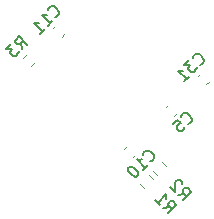
<source format=gbr>
%TF.GenerationSoftware,KiCad,Pcbnew,8.0.5*%
%TF.CreationDate,2025-04-27T01:42:02+08:00*%
%TF.ProjectId,STM32_learning,53544d33-325f-46c6-9561-726e696e672e,rev?*%
%TF.SameCoordinates,Original*%
%TF.FileFunction,Legend,Bot*%
%TF.FilePolarity,Positive*%
%FSLAX46Y46*%
G04 Gerber Fmt 4.6, Leading zero omitted, Abs format (unit mm)*
G04 Created by KiCad (PCBNEW 8.0.5) date 2025-04-27 01:42:02*
%MOMM*%
%LPD*%
G01*
G04 APERTURE LIST*
%ADD10C,0.150000*%
%ADD11C,0.120000*%
G04 APERTURE END LIST*
D10*
X68169418Y-99316779D02*
X68236762Y-99316779D01*
X68236762Y-99316779D02*
X68371449Y-99249435D01*
X68371449Y-99249435D02*
X68438792Y-99182092D01*
X68438792Y-99182092D02*
X68506136Y-99047405D01*
X68506136Y-99047405D02*
X68506136Y-98912718D01*
X68506136Y-98912718D02*
X68472464Y-98811703D01*
X68472464Y-98811703D02*
X68371449Y-98643344D01*
X68371449Y-98643344D02*
X68270434Y-98542329D01*
X68270434Y-98542329D02*
X68102075Y-98441313D01*
X68102075Y-98441313D02*
X68001060Y-98407642D01*
X68001060Y-98407642D02*
X67866373Y-98407642D01*
X67866373Y-98407642D02*
X67731686Y-98474985D01*
X67731686Y-98474985D02*
X67664342Y-98542329D01*
X67664342Y-98542329D02*
X67596999Y-98677016D01*
X67596999Y-98677016D02*
X67596999Y-98744359D01*
X67563327Y-100057557D02*
X67967388Y-99653496D01*
X67765357Y-99855527D02*
X67058251Y-99148420D01*
X67058251Y-99148420D02*
X67226609Y-99182092D01*
X67226609Y-99182092D02*
X67361296Y-99182092D01*
X67361296Y-99182092D02*
X67462312Y-99148420D01*
X66889892Y-100730993D02*
X67293953Y-100326932D01*
X67091922Y-100528962D02*
X66384815Y-99821855D01*
X66384815Y-99821855D02*
X66553174Y-99855527D01*
X66553174Y-99855527D02*
X66687861Y-99855527D01*
X66687861Y-99855527D02*
X66788876Y-99821855D01*
X77346245Y-115514456D02*
X77918664Y-115413441D01*
X77750306Y-115918517D02*
X78457412Y-115211410D01*
X78457412Y-115211410D02*
X78188038Y-114942036D01*
X78188038Y-114942036D02*
X78087023Y-114908364D01*
X78087023Y-114908364D02*
X78019680Y-114908364D01*
X78019680Y-114908364D02*
X77918664Y-114942036D01*
X77918664Y-114942036D02*
X77817649Y-115043051D01*
X77817649Y-115043051D02*
X77783977Y-115144067D01*
X77783977Y-115144067D02*
X77783977Y-115211410D01*
X77783977Y-115211410D02*
X77817649Y-115312425D01*
X77817649Y-115312425D02*
X78087023Y-115581799D01*
X76672810Y-114841021D02*
X77076871Y-115245082D01*
X76874840Y-115043051D02*
X77581947Y-114335945D01*
X77581947Y-114335945D02*
X77548275Y-114504303D01*
X77548275Y-114504303D02*
X77548275Y-114638990D01*
X77548275Y-114638990D02*
X77581947Y-114740006D01*
X65411207Y-102082003D02*
X65310192Y-101509584D01*
X65815268Y-101677942D02*
X65108161Y-100970836D01*
X65108161Y-100970836D02*
X64838787Y-101240210D01*
X64838787Y-101240210D02*
X64805115Y-101341225D01*
X64805115Y-101341225D02*
X64805115Y-101408568D01*
X64805115Y-101408568D02*
X64838787Y-101509584D01*
X64838787Y-101509584D02*
X64939802Y-101610599D01*
X64939802Y-101610599D02*
X65040818Y-101644271D01*
X65040818Y-101644271D02*
X65108161Y-101644271D01*
X65108161Y-101644271D02*
X65209176Y-101610599D01*
X65209176Y-101610599D02*
X65478550Y-101341225D01*
X64468398Y-101610599D02*
X64030665Y-102048332D01*
X64030665Y-102048332D02*
X64535741Y-102082003D01*
X64535741Y-102082003D02*
X64434726Y-102183019D01*
X64434726Y-102183019D02*
X64401054Y-102284034D01*
X64401054Y-102284034D02*
X64401054Y-102351377D01*
X64401054Y-102351377D02*
X64434726Y-102452393D01*
X64434726Y-102452393D02*
X64603085Y-102620751D01*
X64603085Y-102620751D02*
X64704100Y-102654423D01*
X64704100Y-102654423D02*
X64771444Y-102654423D01*
X64771444Y-102654423D02*
X64872459Y-102620751D01*
X64872459Y-102620751D02*
X65074489Y-102418721D01*
X65074489Y-102418721D02*
X65108161Y-102317706D01*
X65108161Y-102317706D02*
X65108161Y-102250362D01*
X79411524Y-108369325D02*
X79478868Y-108369325D01*
X79478868Y-108369325D02*
X79613555Y-108301981D01*
X79613555Y-108301981D02*
X79680898Y-108234638D01*
X79680898Y-108234638D02*
X79748242Y-108099951D01*
X79748242Y-108099951D02*
X79748242Y-107965264D01*
X79748242Y-107965264D02*
X79714570Y-107864249D01*
X79714570Y-107864249D02*
X79613555Y-107695890D01*
X79613555Y-107695890D02*
X79512540Y-107594875D01*
X79512540Y-107594875D02*
X79344181Y-107493859D01*
X79344181Y-107493859D02*
X79243166Y-107460188D01*
X79243166Y-107460188D02*
X79108479Y-107460188D01*
X79108479Y-107460188D02*
X78973792Y-107527531D01*
X78973792Y-107527531D02*
X78906448Y-107594875D01*
X78906448Y-107594875D02*
X78839105Y-107729562D01*
X78839105Y-107729562D02*
X78839105Y-107796905D01*
X78131998Y-108369325D02*
X78468715Y-108032607D01*
X78468715Y-108032607D02*
X78839105Y-108335653D01*
X78839105Y-108335653D02*
X78771761Y-108335653D01*
X78771761Y-108335653D02*
X78670746Y-108369325D01*
X78670746Y-108369325D02*
X78502387Y-108537684D01*
X78502387Y-108537684D02*
X78468715Y-108638699D01*
X78468715Y-108638699D02*
X78468715Y-108706042D01*
X78468715Y-108706042D02*
X78502387Y-108807058D01*
X78502387Y-108807058D02*
X78670746Y-108975416D01*
X78670746Y-108975416D02*
X78771761Y-109009088D01*
X78771761Y-109009088D02*
X78839105Y-109009088D01*
X78839105Y-109009088D02*
X78940120Y-108975416D01*
X78940120Y-108975416D02*
X79108479Y-108807058D01*
X79108479Y-108807058D02*
X79142150Y-108706042D01*
X79142150Y-108706042D02*
X79142150Y-108638699D01*
X76219993Y-111560856D02*
X76287337Y-111560856D01*
X76287337Y-111560856D02*
X76422024Y-111493512D01*
X76422024Y-111493512D02*
X76489367Y-111426169D01*
X76489367Y-111426169D02*
X76556711Y-111291482D01*
X76556711Y-111291482D02*
X76556711Y-111156795D01*
X76556711Y-111156795D02*
X76523039Y-111055780D01*
X76523039Y-111055780D02*
X76422024Y-110887421D01*
X76422024Y-110887421D02*
X76321009Y-110786406D01*
X76321009Y-110786406D02*
X76152650Y-110685390D01*
X76152650Y-110685390D02*
X76051635Y-110651719D01*
X76051635Y-110651719D02*
X75916948Y-110651719D01*
X75916948Y-110651719D02*
X75782261Y-110719062D01*
X75782261Y-110719062D02*
X75714917Y-110786406D01*
X75714917Y-110786406D02*
X75647574Y-110921093D01*
X75647574Y-110921093D02*
X75647574Y-110988436D01*
X75613902Y-112301634D02*
X76017963Y-111897573D01*
X75815932Y-112099604D02*
X75108826Y-111392497D01*
X75108826Y-111392497D02*
X75277184Y-111426169D01*
X75277184Y-111426169D02*
X75411871Y-111426169D01*
X75411871Y-111426169D02*
X75512887Y-111392497D01*
X74469062Y-112032261D02*
X74401719Y-112099604D01*
X74401719Y-112099604D02*
X74368047Y-112200619D01*
X74368047Y-112200619D02*
X74368047Y-112267963D01*
X74368047Y-112267963D02*
X74401719Y-112368978D01*
X74401719Y-112368978D02*
X74502734Y-112537337D01*
X74502734Y-112537337D02*
X74671093Y-112705696D01*
X74671093Y-112705696D02*
X74839451Y-112806711D01*
X74839451Y-112806711D02*
X74940467Y-112840383D01*
X74940467Y-112840383D02*
X75007810Y-112840383D01*
X75007810Y-112840383D02*
X75108825Y-112806711D01*
X75108825Y-112806711D02*
X75176169Y-112739367D01*
X75176169Y-112739367D02*
X75209841Y-112638352D01*
X75209841Y-112638352D02*
X75209841Y-112571009D01*
X75209841Y-112571009D02*
X75176169Y-112469993D01*
X75176169Y-112469993D02*
X75075154Y-112301635D01*
X75075154Y-112301635D02*
X74906795Y-112133276D01*
X74906795Y-112133276D02*
X74738436Y-112032261D01*
X74738436Y-112032261D02*
X74637421Y-111998589D01*
X74637421Y-111998589D02*
X74570077Y-111998589D01*
X74570077Y-111998589D02*
X74469062Y-112032261D01*
X80419418Y-103366779D02*
X80486762Y-103366779D01*
X80486762Y-103366779D02*
X80621449Y-103299435D01*
X80621449Y-103299435D02*
X80688792Y-103232092D01*
X80688792Y-103232092D02*
X80756136Y-103097405D01*
X80756136Y-103097405D02*
X80756136Y-102962718D01*
X80756136Y-102962718D02*
X80722464Y-102861703D01*
X80722464Y-102861703D02*
X80621449Y-102693344D01*
X80621449Y-102693344D02*
X80520434Y-102592329D01*
X80520434Y-102592329D02*
X80352075Y-102491313D01*
X80352075Y-102491313D02*
X80251060Y-102457642D01*
X80251060Y-102457642D02*
X80116373Y-102457642D01*
X80116373Y-102457642D02*
X79981686Y-102524985D01*
X79981686Y-102524985D02*
X79914342Y-102592329D01*
X79914342Y-102592329D02*
X79846999Y-102727016D01*
X79846999Y-102727016D02*
X79846999Y-102794359D01*
X79543953Y-102962718D02*
X79106220Y-103400451D01*
X79106220Y-103400451D02*
X79611296Y-103434122D01*
X79611296Y-103434122D02*
X79510281Y-103535138D01*
X79510281Y-103535138D02*
X79476609Y-103636153D01*
X79476609Y-103636153D02*
X79476609Y-103703496D01*
X79476609Y-103703496D02*
X79510281Y-103804512D01*
X79510281Y-103804512D02*
X79678640Y-103972870D01*
X79678640Y-103972870D02*
X79779655Y-104006542D01*
X79779655Y-104006542D02*
X79846999Y-104006542D01*
X79846999Y-104006542D02*
X79948014Y-103972870D01*
X79948014Y-103972870D02*
X80150044Y-103770840D01*
X80150044Y-103770840D02*
X80183716Y-103669825D01*
X80183716Y-103669825D02*
X80183716Y-103602481D01*
X79139892Y-104780993D02*
X79543953Y-104376932D01*
X79341922Y-104578962D02*
X78634815Y-103871855D01*
X78634815Y-103871855D02*
X78803174Y-103905527D01*
X78803174Y-103905527D02*
X78937861Y-103905527D01*
X78937861Y-103905527D02*
X79038876Y-103871855D01*
X78571245Y-114414456D02*
X79143664Y-114313441D01*
X78975306Y-114818517D02*
X79682412Y-114111410D01*
X79682412Y-114111410D02*
X79413038Y-113842036D01*
X79413038Y-113842036D02*
X79312023Y-113808364D01*
X79312023Y-113808364D02*
X79244680Y-113808364D01*
X79244680Y-113808364D02*
X79143664Y-113842036D01*
X79143664Y-113842036D02*
X79042649Y-113943051D01*
X79042649Y-113943051D02*
X79008977Y-114044067D01*
X79008977Y-114044067D02*
X79008977Y-114111410D01*
X79008977Y-114111410D02*
X79042649Y-114212425D01*
X79042649Y-114212425D02*
X79312023Y-114481799D01*
X78941634Y-113505319D02*
X78941634Y-113437975D01*
X78941634Y-113437975D02*
X78907962Y-113336960D01*
X78907962Y-113336960D02*
X78739603Y-113168601D01*
X78739603Y-113168601D02*
X78638588Y-113134929D01*
X78638588Y-113134929D02*
X78571245Y-113134929D01*
X78571245Y-113134929D02*
X78470229Y-113168601D01*
X78470229Y-113168601D02*
X78402886Y-113235945D01*
X78402886Y-113235945D02*
X78335542Y-113370632D01*
X78335542Y-113370632D02*
X78335542Y-114178754D01*
X78335542Y-114178754D02*
X77897810Y-113741021D01*
D11*
%TO.C,C11*%
X68011721Y-100267030D02*
X68210532Y-100068219D01*
X68732970Y-100988279D02*
X68931781Y-100789468D01*
%TO.C,R1*%
X75362770Y-113476697D02*
X75698303Y-113812230D01*
X76101697Y-112737770D02*
X76437230Y-113073303D01*
%TO.C,R3*%
X65770054Y-102441019D02*
X65434521Y-102776552D01*
X66508981Y-103179946D02*
X66173448Y-103515479D01*
%TO.C,C5*%
X77767030Y-106761721D02*
X77568219Y-106960532D01*
X78488279Y-107482970D02*
X78289468Y-107681781D01*
%TO.C,C10*%
X74238781Y-110289970D02*
X74039970Y-110488781D01*
X74960030Y-111011219D02*
X74761219Y-111210030D01*
%TO.C,C31*%
X80261721Y-104317030D02*
X80460532Y-104118219D01*
X80982970Y-105038279D02*
X81181781Y-104839468D01*
%TO.C,R2*%
X76487770Y-112376697D02*
X76823303Y-112712230D01*
X77226697Y-111637770D02*
X77562230Y-111973303D01*
%TD*%
M02*

</source>
